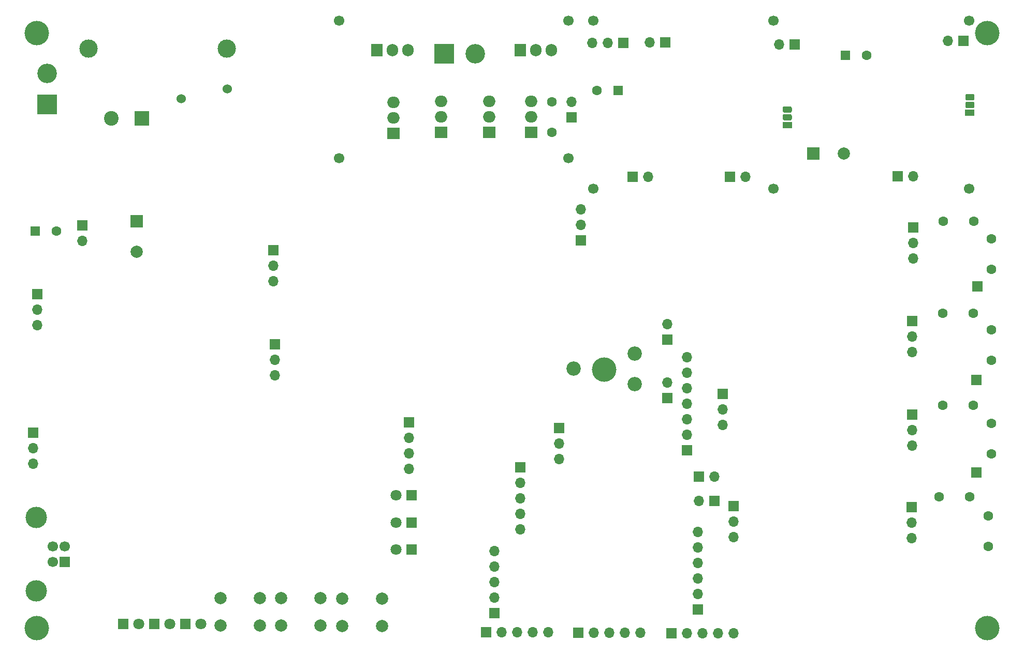
<source format=gbr>
G04 #@! TF.GenerationSoftware,KiCad,Pcbnew,(5.1.8)-1*
G04 #@! TF.CreationDate,2020-12-07T14:59:37+01:00*
G04 #@! TF.ProjectId,PPM,50504d2e-6b69-4636-9164-5f7063625858,rev?*
G04 #@! TF.SameCoordinates,Original*
G04 #@! TF.FileFunction,Soldermask,Bot*
G04 #@! TF.FilePolarity,Negative*
%FSLAX46Y46*%
G04 Gerber Fmt 4.6, Leading zero omitted, Abs format (unit mm)*
G04 Created by KiCad (PCBNEW (5.1.8)-1) date 2020-12-07 14:59:37*
%MOMM*%
%LPD*%
G01*
G04 APERTURE LIST*
%ADD10C,1.700000*%
%ADD11O,1.700000X1.700000*%
%ADD12R,1.700000X1.700000*%
%ADD13R,1.600000X1.600000*%
%ADD14C,1.600000*%
%ADD15O,2.000000X1.905000*%
%ADD16R,2.000000X1.905000*%
%ADD17C,2.000000*%
%ADD18C,3.000000*%
%ADD19C,3.200000*%
%ADD20R,3.200000X3.200000*%
%ADD21C,3.500000*%
%ADD22R,1.800000X1.800000*%
%ADD23C,1.800000*%
%ADD24R,1.500000X1.050000*%
%ADD25R,1.905000X2.000000*%
%ADD26O,1.905000X2.000000*%
%ADD27C,1.524000*%
%ADD28C,2.340000*%
%ADD29C,4.000000*%
%ADD30C,2.400000*%
%ADD31R,2.400000X2.400000*%
%ADD32R,2.000000X2.000000*%
G04 APERTURE END LIST*
D10*
X135000000Y300500000D03*
X103000000Y273000000D03*
D11*
X21209000Y257810000D03*
X21209000Y260350000D03*
D12*
X21209000Y262890000D03*
D13*
X-17750000Y266000000D03*
D14*
X-14250000Y266000000D03*
D15*
X63411100Y287298000D03*
X63411100Y284758000D03*
D16*
X63411100Y282218000D03*
D12*
X-18097500Y233045000D03*
D11*
X-18097500Y230505000D03*
X-18097500Y227965000D03*
D12*
X-17395000Y255675000D03*
D11*
X-17395000Y253135000D03*
X-17395000Y250595000D03*
D17*
X19050000Y205922000D03*
X19050000Y201422000D03*
X12550000Y205922000D03*
X12550000Y201422000D03*
X22456000Y201422000D03*
X22456000Y205922000D03*
X28956000Y201422000D03*
X28956000Y205922000D03*
X32512000Y201367000D03*
X32512000Y205867000D03*
X39012000Y201367000D03*
X39012000Y205867000D03*
D18*
X13586000Y295910000D03*
X-9014000Y295910000D03*
D19*
X-15748000Y291846000D03*
D20*
X-15748000Y286766000D03*
X49149000Y295045000D03*
D19*
X54229000Y295045000D03*
D12*
X-12890500Y211891000D03*
D10*
X-12890500Y214391000D03*
X-14890500Y214391000D03*
X-14890500Y211891000D03*
D21*
X-17600500Y207121000D03*
X-17600500Y219161000D03*
D11*
X66179700Y200304400D03*
X63639700Y200304400D03*
X61099700Y200304400D03*
X58559700Y200304400D03*
D12*
X56019700Y200304400D03*
D11*
X90678000Y216725500D03*
X90678000Y214185500D03*
X90678000Y211645500D03*
X90678000Y209105500D03*
X90678000Y206565500D03*
D12*
X90678000Y204025500D03*
X57404000Y203454000D03*
D11*
X57404000Y205994000D03*
X57404000Y208534000D03*
X57404000Y211074000D03*
X57404000Y213614000D03*
X90805000Y221869000D03*
D12*
X93345000Y221869000D03*
D22*
X-3302000Y201676000D03*
D23*
X-762000Y201676000D03*
D12*
X43434000Y234696000D03*
D11*
X43434000Y232156000D03*
X43434000Y229616000D03*
X43434000Y227076000D03*
D23*
X41275000Y222758000D03*
D22*
X43815000Y222758000D03*
D23*
X41275000Y218313000D03*
D22*
X43815000Y218313000D03*
X43815000Y213868000D03*
D23*
X41275000Y213868000D03*
X4318000Y201676000D03*
D22*
X1778000Y201676000D03*
X6858000Y201676000D03*
D23*
X9398000Y201676000D03*
G36*
G01*
X135615500Y286177500D02*
X134640500Y286177500D01*
G75*
G02*
X134378000Y286440000I0J262500D01*
G01*
X134378000Y286965000D01*
G75*
G02*
X134640500Y287227500I262500J0D01*
G01*
X135615500Y287227500D01*
G75*
G02*
X135878000Y286965000I0J-262500D01*
G01*
X135878000Y286440000D01*
G75*
G02*
X135615500Y286177500I-262500J0D01*
G01*
G37*
G36*
G01*
X135615500Y287447500D02*
X134640500Y287447500D01*
G75*
G02*
X134378000Y287710000I0J262500D01*
G01*
X134378000Y288235000D01*
G75*
G02*
X134640500Y288497500I262500J0D01*
G01*
X135615500Y288497500D01*
G75*
G02*
X135878000Y288235000I0J-262500D01*
G01*
X135878000Y287710000D01*
G75*
G02*
X135615500Y287447500I-262500J0D01*
G01*
G37*
D24*
X135128000Y285432500D03*
G36*
G01*
X105757800Y284145500D02*
X104782800Y284145500D01*
G75*
G02*
X104520300Y284408000I0J262500D01*
G01*
X104520300Y284933000D01*
G75*
G02*
X104782800Y285195500I262500J0D01*
G01*
X105757800Y285195500D01*
G75*
G02*
X106020300Y284933000I0J-262500D01*
G01*
X106020300Y284408000D01*
G75*
G02*
X105757800Y284145500I-262500J0D01*
G01*
G37*
G36*
G01*
X105757800Y285415500D02*
X104782800Y285415500D01*
G75*
G02*
X104520300Y285678000I0J262500D01*
G01*
X104520300Y286203000D01*
G75*
G02*
X104782800Y286465500I262500J0D01*
G01*
X105757800Y286465500D01*
G75*
G02*
X106020300Y286203000I0J-262500D01*
G01*
X106020300Y285678000D01*
G75*
G02*
X105757800Y285415500I-262500J0D01*
G01*
G37*
X105270300Y283400500D03*
D16*
X40843200Y282065600D03*
D15*
X40843200Y284605600D03*
X40843200Y287145600D03*
D25*
X38138100Y295667300D03*
D26*
X40678100Y295667300D03*
X43218100Y295667300D03*
X66713100Y295667300D03*
X64173100Y295667300D03*
D25*
X61633100Y295667300D03*
D16*
X48641000Y282218000D03*
D15*
X48641000Y284758000D03*
X48641000Y287298000D03*
X56515000Y287298000D03*
X56515000Y284758000D03*
D16*
X56515000Y282218000D03*
D27*
X13656000Y289344000D03*
X6156000Y287744000D03*
D28*
X80311000Y240982000D03*
X70311000Y243482000D03*
X80311000Y245982000D03*
D29*
X75311000Y243332000D03*
D30*
X-5254000Y284480000D03*
D31*
X-254000Y284480000D03*
D14*
X138645900Y259756900D03*
X138645900Y264756900D03*
X138620500Y244872500D03*
X138620500Y249872500D03*
X138620500Y229569000D03*
X138620500Y234569000D03*
X138163300Y214392500D03*
X138163300Y219392500D03*
X135750300Y267652500D03*
X130750300Y267652500D03*
X135699500Y252539500D03*
X130699500Y252539500D03*
X135699500Y237490000D03*
X130699500Y237490000D03*
X135064500Y222491300D03*
X130064500Y222491300D03*
D32*
X109537500Y278765000D03*
D17*
X114537500Y278765000D03*
D13*
X77597000Y289039300D03*
D14*
X74097000Y289039300D03*
D13*
X114744500Y294843200D03*
D14*
X118244500Y294843200D03*
D17*
X-1143000Y262652500D03*
D32*
X-1143000Y267652500D03*
D29*
X-17500000Y201000000D03*
X-17500000Y298500000D03*
X138000000Y201000000D03*
X138000000Y298500000D03*
D12*
X78486000Y296849800D03*
D11*
X75946000Y296849800D03*
X73406000Y296849800D03*
X131508500Y297192700D03*
D12*
X134048500Y297192700D03*
X106489500Y296573700D03*
D11*
X103949500Y296573700D03*
X82740500Y296938700D03*
D12*
X85280500Y296938700D03*
X125730000Y251333000D03*
D11*
X125730000Y248793000D03*
X125730000Y246253000D03*
X125730000Y230886000D03*
X125730000Y233426000D03*
D12*
X125730000Y235966000D03*
X125603000Y220853000D03*
D11*
X125603000Y218313000D03*
X125603000Y215773000D03*
X93319600Y225780600D03*
D12*
X90779600Y225780600D03*
X96520000Y220980000D03*
D11*
X96520000Y218440000D03*
X96520000Y215900000D03*
X94742000Y234251500D03*
X94742000Y236791500D03*
D12*
X94742000Y239331500D03*
D11*
X-10012700Y264460000D03*
D12*
X-10012700Y267000000D03*
X21500000Y247500000D03*
D11*
X21500000Y244960000D03*
X21500000Y242420000D03*
X125887000Y275000000D03*
D12*
X123347000Y275000000D03*
D11*
X98425000Y274942300D03*
D12*
X95885000Y274942300D03*
X80000000Y274942300D03*
D11*
X82540000Y274942300D03*
D12*
X71120000Y200279000D03*
D11*
X73660000Y200279000D03*
X76200000Y200279000D03*
X78740000Y200279000D03*
X81280000Y200279000D03*
X61595000Y217170000D03*
X61595000Y219710000D03*
X61595000Y222250000D03*
X61595000Y224790000D03*
D12*
X61595000Y227330000D03*
D11*
X96520000Y200152000D03*
X93980000Y200152000D03*
X91440000Y200152000D03*
X88900000Y200152000D03*
D12*
X86360000Y200152000D03*
X88900000Y230124000D03*
D11*
X88900000Y232664000D03*
X88900000Y235204000D03*
X88900000Y237744000D03*
X88900000Y240284000D03*
X88900000Y242824000D03*
X88900000Y245364000D03*
D12*
X85661500Y248259600D03*
D11*
X85661500Y250799600D03*
D12*
X125857000Y266636500D03*
D11*
X125857000Y264096500D03*
X125857000Y261556500D03*
X85674200Y241211100D03*
D12*
X85674200Y238671100D03*
D14*
X66802000Y287234500D03*
X66802000Y282234500D03*
D12*
X69989700Y284631000D03*
D11*
X69989700Y287171000D03*
D12*
X71500000Y264500000D03*
D11*
X71500000Y267040000D03*
X71500000Y269580000D03*
D12*
X67945000Y233807000D03*
D11*
X67945000Y231267000D03*
X67945000Y228727000D03*
D10*
X69500000Y300500000D03*
X32000000Y300500000D03*
X73500000Y273000000D03*
X103000000Y300500000D03*
X135000000Y273000000D03*
D12*
X136335000Y256983000D03*
X136208000Y241616000D03*
X136208000Y226503000D03*
D10*
X73500000Y300500000D03*
X69469000Y278000000D03*
X32000000Y278000000D03*
M02*

</source>
